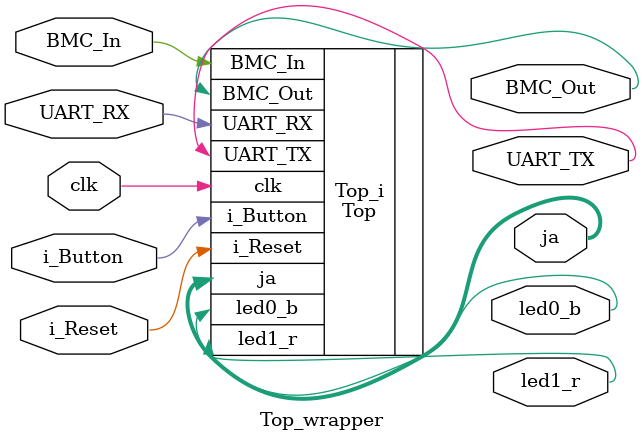
<source format=v>
`timescale 1 ps / 1 ps

module Top_wrapper
   (BMC_In,
    BMC_Out,
    UART_RX,
    UART_TX,
    clk,
    i_Button,
    i_Reset,
    ja,
    led0_b,
    led1_r);
  input BMC_In;
  output BMC_Out;
  input UART_RX;
  output UART_TX;
  input clk;
  input i_Button;
  input i_Reset;
  output [7:0]ja;
  output led0_b;
  output led1_r;

  wire BMC_In;
  wire BMC_Out;
  wire UART_RX;
  wire UART_TX;
  wire clk;
  wire i_Button;
  wire i_Reset;
  wire [7:0]ja;
  wire led0_b;
  wire led1_r;

  Top Top_i
       (.BMC_In(BMC_In),
        .BMC_Out(BMC_Out),
        .UART_RX(UART_RX),
        .UART_TX(UART_TX),
        .clk(clk),
        .i_Button(i_Button),
        .i_Reset(i_Reset),
        .ja(ja),
        .led0_b(led0_b),
        .led1_r(led1_r));
endmodule

</source>
